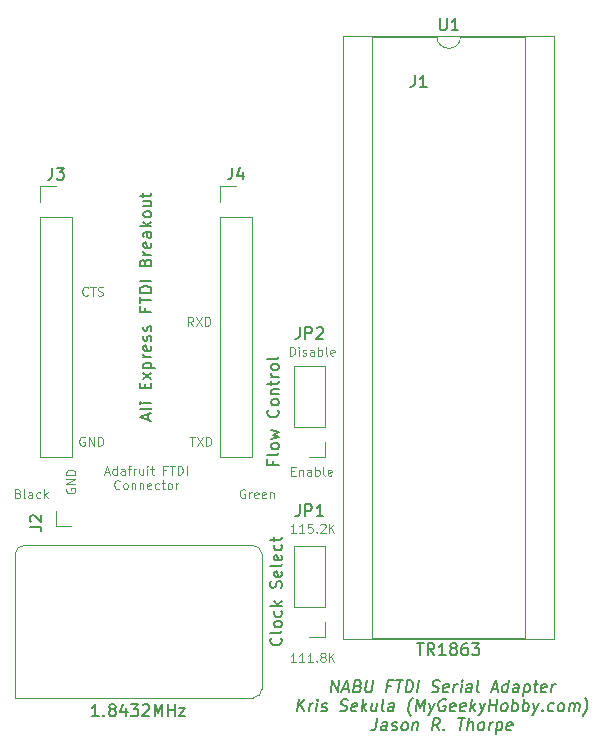
<source format=gbr>
%TF.GenerationSoftware,KiCad,Pcbnew,(6.0.11-0)*%
%TF.CreationDate,2023-02-12T20:14:34-08:00*%
%TF.ProjectId,nabu-ftdi-serial,6e616275-2d66-4746-9469-2d7365726961,1.0*%
%TF.SameCoordinates,Original*%
%TF.FileFunction,Legend,Top*%
%TF.FilePolarity,Positive*%
%FSLAX46Y46*%
G04 Gerber Fmt 4.6, Leading zero omitted, Abs format (unit mm)*
G04 Created by KiCad (PCBNEW (6.0.11-0)) date 2023-02-12 20:14:34*
%MOMM*%
%LPD*%
G01*
G04 APERTURE LIST*
%ADD10C,0.100000*%
%ADD11C,0.150000*%
%ADD12C,0.120000*%
G04 APERTURE END LIST*
D10*
X149849571Y-84903234D02*
X149849571Y-84153234D01*
X150028142Y-84153234D01*
X150135285Y-84188949D01*
X150206714Y-84260377D01*
X150242428Y-84331806D01*
X150278142Y-84474663D01*
X150278142Y-84581806D01*
X150242428Y-84724663D01*
X150206714Y-84796091D01*
X150135285Y-84867520D01*
X150028142Y-84903234D01*
X149849571Y-84903234D01*
X150599571Y-84903234D02*
X150599571Y-84403234D01*
X150599571Y-84153234D02*
X150563857Y-84188949D01*
X150599571Y-84224663D01*
X150635285Y-84188949D01*
X150599571Y-84153234D01*
X150599571Y-84224663D01*
X150921000Y-84867520D02*
X150992428Y-84903234D01*
X151135285Y-84903234D01*
X151206714Y-84867520D01*
X151242428Y-84796091D01*
X151242428Y-84760377D01*
X151206714Y-84688949D01*
X151135285Y-84653234D01*
X151028142Y-84653234D01*
X150956714Y-84617520D01*
X150921000Y-84546091D01*
X150921000Y-84510377D01*
X150956714Y-84438949D01*
X151028142Y-84403234D01*
X151135285Y-84403234D01*
X151206714Y-84438949D01*
X151885285Y-84903234D02*
X151885285Y-84510377D01*
X151849571Y-84438949D01*
X151778142Y-84403234D01*
X151635285Y-84403234D01*
X151563857Y-84438949D01*
X151885285Y-84867520D02*
X151813857Y-84903234D01*
X151635285Y-84903234D01*
X151563857Y-84867520D01*
X151528142Y-84796091D01*
X151528142Y-84724663D01*
X151563857Y-84653234D01*
X151635285Y-84617520D01*
X151813857Y-84617520D01*
X151885285Y-84581806D01*
X152242428Y-84903234D02*
X152242428Y-84153234D01*
X152242428Y-84438949D02*
X152313857Y-84403234D01*
X152456714Y-84403234D01*
X152528142Y-84438949D01*
X152563857Y-84474663D01*
X152599571Y-84546091D01*
X152599571Y-84760377D01*
X152563857Y-84831806D01*
X152528142Y-84867520D01*
X152456714Y-84903234D01*
X152313857Y-84903234D01*
X152242428Y-84867520D01*
X153028142Y-84903234D02*
X152956714Y-84867520D01*
X152921000Y-84796091D01*
X152921000Y-84153234D01*
X153599571Y-84867520D02*
X153528142Y-84903234D01*
X153385285Y-84903234D01*
X153313857Y-84867520D01*
X153278142Y-84796091D01*
X153278142Y-84510377D01*
X153313857Y-84438949D01*
X153385285Y-84403234D01*
X153528142Y-84403234D01*
X153599571Y-84438949D01*
X153635285Y-84510377D01*
X153635285Y-84581806D01*
X153278142Y-84653234D01*
X150369428Y-99889234D02*
X149940857Y-99889234D01*
X150155142Y-99889234D02*
X150155142Y-99139234D01*
X150083714Y-99246377D01*
X150012285Y-99317806D01*
X149940857Y-99353520D01*
X151083714Y-99889234D02*
X150655142Y-99889234D01*
X150869428Y-99889234D02*
X150869428Y-99139234D01*
X150798000Y-99246377D01*
X150726571Y-99317806D01*
X150655142Y-99353520D01*
X151762285Y-99139234D02*
X151405142Y-99139234D01*
X151369428Y-99496377D01*
X151405142Y-99460663D01*
X151476571Y-99424949D01*
X151655142Y-99424949D01*
X151726571Y-99460663D01*
X151762285Y-99496377D01*
X151798000Y-99567806D01*
X151798000Y-99746377D01*
X151762285Y-99817806D01*
X151726571Y-99853520D01*
X151655142Y-99889234D01*
X151476571Y-99889234D01*
X151405142Y-99853520D01*
X151369428Y-99817806D01*
X152119428Y-99817806D02*
X152155142Y-99853520D01*
X152119428Y-99889234D01*
X152083714Y-99853520D01*
X152119428Y-99817806D01*
X152119428Y-99889234D01*
X152440857Y-99210663D02*
X152476571Y-99174949D01*
X152548000Y-99139234D01*
X152726571Y-99139234D01*
X152798000Y-99174949D01*
X152833714Y-99210663D01*
X152869428Y-99282091D01*
X152869428Y-99353520D01*
X152833714Y-99460663D01*
X152405142Y-99889234D01*
X152869428Y-99889234D01*
X153190857Y-99889234D02*
X153190857Y-99139234D01*
X153619428Y-99889234D02*
X153298000Y-99460663D01*
X153619428Y-99139234D02*
X153190857Y-99567806D01*
X141360428Y-91791285D02*
X141789000Y-91791285D01*
X141574714Y-92541285D02*
X141574714Y-91791285D01*
X141967571Y-91791285D02*
X142467571Y-92541285D01*
X142467571Y-91791285D02*
X141967571Y-92541285D01*
X142753285Y-92541285D02*
X142753285Y-91791285D01*
X142931857Y-91791285D01*
X143039000Y-91827000D01*
X143110428Y-91898428D01*
X143146142Y-91969857D01*
X143181857Y-92112714D01*
X143181857Y-92219857D01*
X143146142Y-92362714D01*
X143110428Y-92434142D01*
X143039000Y-92505571D01*
X142931857Y-92541285D01*
X142753285Y-92541285D01*
X132752142Y-79769857D02*
X132716428Y-79805571D01*
X132609285Y-79841285D01*
X132537857Y-79841285D01*
X132430714Y-79805571D01*
X132359285Y-79734142D01*
X132323571Y-79662714D01*
X132287857Y-79519857D01*
X132287857Y-79412714D01*
X132323571Y-79269857D01*
X132359285Y-79198428D01*
X132430714Y-79127000D01*
X132537857Y-79091285D01*
X132609285Y-79091285D01*
X132716428Y-79127000D01*
X132752142Y-79162714D01*
X132966428Y-79091285D02*
X133395000Y-79091285D01*
X133180714Y-79841285D02*
X133180714Y-79091285D01*
X133609285Y-79805571D02*
X133716428Y-79841285D01*
X133895000Y-79841285D01*
X133966428Y-79805571D01*
X134002142Y-79769857D01*
X134037857Y-79698428D01*
X134037857Y-79627000D01*
X134002142Y-79555571D01*
X133966428Y-79519857D01*
X133895000Y-79484142D01*
X133752142Y-79448428D01*
X133680714Y-79412714D01*
X133645000Y-79377000D01*
X133609285Y-79305571D01*
X133609285Y-79234142D01*
X133645000Y-79162714D01*
X133680714Y-79127000D01*
X133752142Y-79091285D01*
X133930714Y-79091285D01*
X134037857Y-79127000D01*
X134185857Y-94771250D02*
X134543000Y-94771250D01*
X134114428Y-94985535D02*
X134364428Y-94235535D01*
X134614428Y-94985535D01*
X135185857Y-94985535D02*
X135185857Y-94235535D01*
X135185857Y-94949821D02*
X135114428Y-94985535D01*
X134971571Y-94985535D01*
X134900142Y-94949821D01*
X134864428Y-94914107D01*
X134828714Y-94842678D01*
X134828714Y-94628392D01*
X134864428Y-94556964D01*
X134900142Y-94521250D01*
X134971571Y-94485535D01*
X135114428Y-94485535D01*
X135185857Y-94521250D01*
X135864428Y-94985535D02*
X135864428Y-94592678D01*
X135828714Y-94521250D01*
X135757285Y-94485535D01*
X135614428Y-94485535D01*
X135543000Y-94521250D01*
X135864428Y-94949821D02*
X135793000Y-94985535D01*
X135614428Y-94985535D01*
X135543000Y-94949821D01*
X135507285Y-94878392D01*
X135507285Y-94806964D01*
X135543000Y-94735535D01*
X135614428Y-94699821D01*
X135793000Y-94699821D01*
X135864428Y-94664107D01*
X136114428Y-94485535D02*
X136400142Y-94485535D01*
X136221571Y-94985535D02*
X136221571Y-94342678D01*
X136257285Y-94271250D01*
X136328714Y-94235535D01*
X136400142Y-94235535D01*
X136650142Y-94985535D02*
X136650142Y-94485535D01*
X136650142Y-94628392D02*
X136685857Y-94556964D01*
X136721571Y-94521250D01*
X136793000Y-94485535D01*
X136864428Y-94485535D01*
X137435857Y-94485535D02*
X137435857Y-94985535D01*
X137114428Y-94485535D02*
X137114428Y-94878392D01*
X137150142Y-94949821D01*
X137221571Y-94985535D01*
X137328714Y-94985535D01*
X137400142Y-94949821D01*
X137435857Y-94914107D01*
X137793000Y-94985535D02*
X137793000Y-94485535D01*
X137793000Y-94235535D02*
X137757285Y-94271250D01*
X137793000Y-94306964D01*
X137828714Y-94271250D01*
X137793000Y-94235535D01*
X137793000Y-94306964D01*
X138043000Y-94485535D02*
X138328714Y-94485535D01*
X138150142Y-94235535D02*
X138150142Y-94878392D01*
X138185857Y-94949821D01*
X138257285Y-94985535D01*
X138328714Y-94985535D01*
X139400142Y-94592678D02*
X139150142Y-94592678D01*
X139150142Y-94985535D02*
X139150142Y-94235535D01*
X139507285Y-94235535D01*
X139685857Y-94235535D02*
X140114428Y-94235535D01*
X139900142Y-94985535D02*
X139900142Y-94235535D01*
X140364428Y-94985535D02*
X140364428Y-94235535D01*
X140543000Y-94235535D01*
X140650142Y-94271250D01*
X140721571Y-94342678D01*
X140757285Y-94414107D01*
X140793000Y-94556964D01*
X140793000Y-94664107D01*
X140757285Y-94806964D01*
X140721571Y-94878392D01*
X140650142Y-94949821D01*
X140543000Y-94985535D01*
X140364428Y-94985535D01*
X141114428Y-94985535D02*
X141114428Y-94235535D01*
X135453714Y-96121607D02*
X135418000Y-96157321D01*
X135310857Y-96193035D01*
X135239428Y-96193035D01*
X135132285Y-96157321D01*
X135060857Y-96085892D01*
X135025142Y-96014464D01*
X134989428Y-95871607D01*
X134989428Y-95764464D01*
X135025142Y-95621607D01*
X135060857Y-95550178D01*
X135132285Y-95478750D01*
X135239428Y-95443035D01*
X135310857Y-95443035D01*
X135418000Y-95478750D01*
X135453714Y-95514464D01*
X135882285Y-96193035D02*
X135810857Y-96157321D01*
X135775142Y-96121607D01*
X135739428Y-96050178D01*
X135739428Y-95835892D01*
X135775142Y-95764464D01*
X135810857Y-95728750D01*
X135882285Y-95693035D01*
X135989428Y-95693035D01*
X136060857Y-95728750D01*
X136096571Y-95764464D01*
X136132285Y-95835892D01*
X136132285Y-96050178D01*
X136096571Y-96121607D01*
X136060857Y-96157321D01*
X135989428Y-96193035D01*
X135882285Y-96193035D01*
X136453714Y-95693035D02*
X136453714Y-96193035D01*
X136453714Y-95764464D02*
X136489428Y-95728750D01*
X136560857Y-95693035D01*
X136668000Y-95693035D01*
X136739428Y-95728750D01*
X136775142Y-95800178D01*
X136775142Y-96193035D01*
X137132285Y-95693035D02*
X137132285Y-96193035D01*
X137132285Y-95764464D02*
X137168000Y-95728750D01*
X137239428Y-95693035D01*
X137346571Y-95693035D01*
X137418000Y-95728750D01*
X137453714Y-95800178D01*
X137453714Y-96193035D01*
X138096571Y-96157321D02*
X138025142Y-96193035D01*
X137882285Y-96193035D01*
X137810857Y-96157321D01*
X137775142Y-96085892D01*
X137775142Y-95800178D01*
X137810857Y-95728750D01*
X137882285Y-95693035D01*
X138025142Y-95693035D01*
X138096571Y-95728750D01*
X138132285Y-95800178D01*
X138132285Y-95871607D01*
X137775142Y-95943035D01*
X138775142Y-96157321D02*
X138703714Y-96193035D01*
X138560857Y-96193035D01*
X138489428Y-96157321D01*
X138453714Y-96121607D01*
X138418000Y-96050178D01*
X138418000Y-95835892D01*
X138453714Y-95764464D01*
X138489428Y-95728750D01*
X138560857Y-95693035D01*
X138703714Y-95693035D01*
X138775142Y-95728750D01*
X138989428Y-95693035D02*
X139275142Y-95693035D01*
X139096571Y-95443035D02*
X139096571Y-96085892D01*
X139132285Y-96157321D01*
X139203714Y-96193035D01*
X139275142Y-96193035D01*
X139632285Y-96193035D02*
X139560857Y-96157321D01*
X139525142Y-96121607D01*
X139489428Y-96050178D01*
X139489428Y-95835892D01*
X139525142Y-95764464D01*
X139560857Y-95728750D01*
X139632285Y-95693035D01*
X139739428Y-95693035D01*
X139810857Y-95728750D01*
X139846571Y-95764464D01*
X139882285Y-95835892D01*
X139882285Y-96050178D01*
X139846571Y-96121607D01*
X139810857Y-96157321D01*
X139739428Y-96193035D01*
X139632285Y-96193035D01*
X140203714Y-96193035D02*
X140203714Y-95693035D01*
X140203714Y-95835892D02*
X140239428Y-95764464D01*
X140275142Y-95728750D01*
X140346571Y-95693035D01*
X140418000Y-95693035D01*
D11*
X137834666Y-90343428D02*
X137834666Y-89867238D01*
X138120380Y-90438666D02*
X137120380Y-90105333D01*
X138120380Y-89772000D01*
X138120380Y-89295809D02*
X138072761Y-89391047D01*
X137977523Y-89438666D01*
X137120380Y-89438666D01*
X138120380Y-88914857D02*
X137453714Y-88914857D01*
X137120380Y-88914857D02*
X137168000Y-88962476D01*
X137215619Y-88914857D01*
X137168000Y-88867238D01*
X137120380Y-88914857D01*
X137215619Y-88914857D01*
X137596571Y-87676761D02*
X137596571Y-87343428D01*
X138120380Y-87200571D02*
X138120380Y-87676761D01*
X137120380Y-87676761D01*
X137120380Y-87200571D01*
X138120380Y-86867238D02*
X137453714Y-86343428D01*
X137453714Y-86867238D02*
X138120380Y-86343428D01*
X137453714Y-85962476D02*
X138453714Y-85962476D01*
X137501333Y-85962476D02*
X137453714Y-85867238D01*
X137453714Y-85676761D01*
X137501333Y-85581523D01*
X137548952Y-85533904D01*
X137644190Y-85486285D01*
X137929904Y-85486285D01*
X138025142Y-85533904D01*
X138072761Y-85581523D01*
X138120380Y-85676761D01*
X138120380Y-85867238D01*
X138072761Y-85962476D01*
X138120380Y-85057714D02*
X137453714Y-85057714D01*
X137644190Y-85057714D02*
X137548952Y-85010095D01*
X137501333Y-84962476D01*
X137453714Y-84867238D01*
X137453714Y-84772000D01*
X138072761Y-84057714D02*
X138120380Y-84152952D01*
X138120380Y-84343428D01*
X138072761Y-84438666D01*
X137977523Y-84486285D01*
X137596571Y-84486285D01*
X137501333Y-84438666D01*
X137453714Y-84343428D01*
X137453714Y-84152952D01*
X137501333Y-84057714D01*
X137596571Y-84010095D01*
X137691809Y-84010095D01*
X137787047Y-84486285D01*
X138072761Y-83629142D02*
X138120380Y-83533904D01*
X138120380Y-83343428D01*
X138072761Y-83248190D01*
X137977523Y-83200571D01*
X137929904Y-83200571D01*
X137834666Y-83248190D01*
X137787047Y-83343428D01*
X137787047Y-83486285D01*
X137739428Y-83581523D01*
X137644190Y-83629142D01*
X137596571Y-83629142D01*
X137501333Y-83581523D01*
X137453714Y-83486285D01*
X137453714Y-83343428D01*
X137501333Y-83248190D01*
X138072761Y-82819619D02*
X138120380Y-82724380D01*
X138120380Y-82533904D01*
X138072761Y-82438666D01*
X137977523Y-82391047D01*
X137929904Y-82391047D01*
X137834666Y-82438666D01*
X137787047Y-82533904D01*
X137787047Y-82676761D01*
X137739428Y-82772000D01*
X137644190Y-82819619D01*
X137596571Y-82819619D01*
X137501333Y-82772000D01*
X137453714Y-82676761D01*
X137453714Y-82533904D01*
X137501333Y-82438666D01*
X137596571Y-80867238D02*
X137596571Y-81200571D01*
X138120380Y-81200571D02*
X137120380Y-81200571D01*
X137120380Y-80724380D01*
X137120380Y-80486285D02*
X137120380Y-79914857D01*
X138120380Y-80200571D02*
X137120380Y-80200571D01*
X138120380Y-79581523D02*
X137120380Y-79581523D01*
X137120380Y-79343428D01*
X137168000Y-79200571D01*
X137263238Y-79105333D01*
X137358476Y-79057714D01*
X137548952Y-79010095D01*
X137691809Y-79010095D01*
X137882285Y-79057714D01*
X137977523Y-79105333D01*
X138072761Y-79200571D01*
X138120380Y-79343428D01*
X138120380Y-79581523D01*
X138120380Y-78581523D02*
X137120380Y-78581523D01*
X137596571Y-77010095D02*
X137644190Y-76867238D01*
X137691809Y-76819619D01*
X137787047Y-76772000D01*
X137929904Y-76772000D01*
X138025142Y-76819619D01*
X138072761Y-76867238D01*
X138120380Y-76962476D01*
X138120380Y-77343428D01*
X137120380Y-77343428D01*
X137120380Y-77010095D01*
X137168000Y-76914857D01*
X137215619Y-76867238D01*
X137310857Y-76819619D01*
X137406095Y-76819619D01*
X137501333Y-76867238D01*
X137548952Y-76914857D01*
X137596571Y-77010095D01*
X137596571Y-77343428D01*
X138120380Y-76343428D02*
X137453714Y-76343428D01*
X137644190Y-76343428D02*
X137548952Y-76295809D01*
X137501333Y-76248190D01*
X137453714Y-76152952D01*
X137453714Y-76057714D01*
X138072761Y-75343428D02*
X138120380Y-75438666D01*
X138120380Y-75629142D01*
X138072761Y-75724380D01*
X137977523Y-75772000D01*
X137596571Y-75772000D01*
X137501333Y-75724380D01*
X137453714Y-75629142D01*
X137453714Y-75438666D01*
X137501333Y-75343428D01*
X137596571Y-75295809D01*
X137691809Y-75295809D01*
X137787047Y-75772000D01*
X138120380Y-74438666D02*
X137596571Y-74438666D01*
X137501333Y-74486285D01*
X137453714Y-74581523D01*
X137453714Y-74772000D01*
X137501333Y-74867238D01*
X138072761Y-74438666D02*
X138120380Y-74533904D01*
X138120380Y-74772000D01*
X138072761Y-74867238D01*
X137977523Y-74914857D01*
X137882285Y-74914857D01*
X137787047Y-74867238D01*
X137739428Y-74772000D01*
X137739428Y-74533904D01*
X137691809Y-74438666D01*
X138120380Y-73962476D02*
X137120380Y-73962476D01*
X137739428Y-73867238D02*
X138120380Y-73581523D01*
X137453714Y-73581523D02*
X137834666Y-73962476D01*
X138120380Y-73010095D02*
X138072761Y-73105333D01*
X138025142Y-73152952D01*
X137929904Y-73200571D01*
X137644190Y-73200571D01*
X137548952Y-73152952D01*
X137501333Y-73105333D01*
X137453714Y-73010095D01*
X137453714Y-72867238D01*
X137501333Y-72772000D01*
X137548952Y-72724380D01*
X137644190Y-72676761D01*
X137929904Y-72676761D01*
X138025142Y-72724380D01*
X138072761Y-72772000D01*
X138120380Y-72867238D01*
X138120380Y-73010095D01*
X137453714Y-71819619D02*
X138120380Y-71819619D01*
X137453714Y-72248190D02*
X137977523Y-72248190D01*
X138072761Y-72200571D01*
X138120380Y-72105333D01*
X138120380Y-71962476D01*
X138072761Y-71867238D01*
X138025142Y-71819619D01*
X137453714Y-71486285D02*
X137453714Y-71105333D01*
X137120380Y-71343428D02*
X137977523Y-71343428D01*
X138072761Y-71295809D01*
X138120380Y-71200571D01*
X138120380Y-71105333D01*
D10*
X126832142Y-96560377D02*
X126939285Y-96596091D01*
X126975000Y-96631806D01*
X127010714Y-96703234D01*
X127010714Y-96810377D01*
X126975000Y-96881806D01*
X126939285Y-96917520D01*
X126867857Y-96953234D01*
X126582142Y-96953234D01*
X126582142Y-96203234D01*
X126832142Y-96203234D01*
X126903571Y-96238949D01*
X126939285Y-96274663D01*
X126975000Y-96346091D01*
X126975000Y-96417520D01*
X126939285Y-96488949D01*
X126903571Y-96524663D01*
X126832142Y-96560377D01*
X126582142Y-96560377D01*
X127439285Y-96953234D02*
X127367857Y-96917520D01*
X127332142Y-96846091D01*
X127332142Y-96203234D01*
X128046428Y-96953234D02*
X128046428Y-96560377D01*
X128010714Y-96488949D01*
X127939285Y-96453234D01*
X127796428Y-96453234D01*
X127725000Y-96488949D01*
X128046428Y-96917520D02*
X127975000Y-96953234D01*
X127796428Y-96953234D01*
X127725000Y-96917520D01*
X127689285Y-96846091D01*
X127689285Y-96774663D01*
X127725000Y-96703234D01*
X127796428Y-96667520D01*
X127975000Y-96667520D01*
X128046428Y-96631806D01*
X128725000Y-96917520D02*
X128653571Y-96953234D01*
X128510714Y-96953234D01*
X128439285Y-96917520D01*
X128403571Y-96881806D01*
X128367857Y-96810377D01*
X128367857Y-96596091D01*
X128403571Y-96524663D01*
X128439285Y-96488949D01*
X128510714Y-96453234D01*
X128653571Y-96453234D01*
X128725000Y-96488949D01*
X129046428Y-96953234D02*
X129046428Y-96203234D01*
X129117857Y-96667520D02*
X129332142Y-96953234D01*
X129332142Y-96453234D02*
X129046428Y-96738949D01*
X141642142Y-82381285D02*
X141392142Y-82024142D01*
X141213571Y-82381285D02*
X141213571Y-81631285D01*
X141499285Y-81631285D01*
X141570714Y-81667000D01*
X141606428Y-81702714D01*
X141642142Y-81774142D01*
X141642142Y-81881285D01*
X141606428Y-81952714D01*
X141570714Y-81988428D01*
X141499285Y-82024142D01*
X141213571Y-82024142D01*
X141892142Y-81631285D02*
X142392142Y-82381285D01*
X142392142Y-81631285D02*
X141892142Y-82381285D01*
X142677857Y-82381285D02*
X142677857Y-81631285D01*
X142856428Y-81631285D01*
X142963571Y-81667000D01*
X143035000Y-81738428D01*
X143070714Y-81809857D01*
X143106428Y-81952714D01*
X143106428Y-82059857D01*
X143070714Y-82202714D01*
X143035000Y-82274142D01*
X142963571Y-82345571D01*
X142856428Y-82381285D01*
X142677857Y-82381285D01*
X146051428Y-96238949D02*
X145980000Y-96203234D01*
X145872857Y-96203234D01*
X145765714Y-96238949D01*
X145694285Y-96310377D01*
X145658571Y-96381806D01*
X145622857Y-96524663D01*
X145622857Y-96631806D01*
X145658571Y-96774663D01*
X145694285Y-96846091D01*
X145765714Y-96917520D01*
X145872857Y-96953234D01*
X145944285Y-96953234D01*
X146051428Y-96917520D01*
X146087142Y-96881806D01*
X146087142Y-96631806D01*
X145944285Y-96631806D01*
X146408571Y-96953234D02*
X146408571Y-96453234D01*
X146408571Y-96596091D02*
X146444285Y-96524663D01*
X146480000Y-96488949D01*
X146551428Y-96453234D01*
X146622857Y-96453234D01*
X147158571Y-96917520D02*
X147087142Y-96953234D01*
X146944285Y-96953234D01*
X146872857Y-96917520D01*
X146837142Y-96846091D01*
X146837142Y-96560377D01*
X146872857Y-96488949D01*
X146944285Y-96453234D01*
X147087142Y-96453234D01*
X147158571Y-96488949D01*
X147194285Y-96560377D01*
X147194285Y-96631806D01*
X146837142Y-96703234D01*
X147801428Y-96917520D02*
X147730000Y-96953234D01*
X147587142Y-96953234D01*
X147515714Y-96917520D01*
X147480000Y-96846091D01*
X147480000Y-96560377D01*
X147515714Y-96488949D01*
X147587142Y-96453234D01*
X147730000Y-96453234D01*
X147801428Y-96488949D01*
X147837142Y-96560377D01*
X147837142Y-96631806D01*
X147480000Y-96703234D01*
X148158571Y-96453234D02*
X148158571Y-96953234D01*
X148158571Y-96524663D02*
X148194285Y-96488949D01*
X148265714Y-96453234D01*
X148372857Y-96453234D01*
X148444285Y-96488949D01*
X148480000Y-96560377D01*
X148480000Y-96953234D01*
D11*
X153314565Y-113396380D02*
X153439565Y-112396380D01*
X153885994Y-113396380D01*
X154010994Y-112396380D01*
X154350279Y-113110666D02*
X154826470Y-113110666D01*
X154219327Y-113396380D02*
X154677660Y-112396380D01*
X154885994Y-113396380D01*
X155618136Y-112872571D02*
X155755041Y-112920190D01*
X155796708Y-112967809D01*
X155832422Y-113063047D01*
X155814565Y-113205904D01*
X155755041Y-113301142D01*
X155701470Y-113348761D01*
X155600279Y-113396380D01*
X155219327Y-113396380D01*
X155344327Y-112396380D01*
X155677660Y-112396380D01*
X155766946Y-112444000D01*
X155808613Y-112491619D01*
X155844327Y-112586857D01*
X155832422Y-112682095D01*
X155772898Y-112777333D01*
X155719327Y-112824952D01*
X155618136Y-112872571D01*
X155284803Y-112872571D01*
X156344327Y-112396380D02*
X156243136Y-113205904D01*
X156278851Y-113301142D01*
X156320517Y-113348761D01*
X156409803Y-113396380D01*
X156600279Y-113396380D01*
X156701470Y-113348761D01*
X156755041Y-113301142D01*
X156814565Y-113205904D01*
X156915755Y-112396380D01*
X158427660Y-112872571D02*
X158094327Y-112872571D01*
X158028851Y-113396380D02*
X158153851Y-112396380D01*
X158630041Y-112396380D01*
X158868136Y-112396380D02*
X159439565Y-112396380D01*
X159028851Y-113396380D02*
X159153851Y-112396380D01*
X159647898Y-113396380D02*
X159772898Y-112396380D01*
X160010994Y-112396380D01*
X160147898Y-112444000D01*
X160231232Y-112539238D01*
X160266946Y-112634476D01*
X160290755Y-112824952D01*
X160272898Y-112967809D01*
X160201470Y-113158285D01*
X160141946Y-113253523D01*
X160034803Y-113348761D01*
X159885994Y-113396380D01*
X159647898Y-113396380D01*
X160647898Y-113396380D02*
X160772898Y-112396380D01*
X161844327Y-113348761D02*
X161981232Y-113396380D01*
X162219327Y-113396380D01*
X162320517Y-113348761D01*
X162374089Y-113301142D01*
X162433613Y-113205904D01*
X162445517Y-113110666D01*
X162409803Y-113015428D01*
X162368136Y-112967809D01*
X162278851Y-112920190D01*
X162094327Y-112872571D01*
X162005041Y-112824952D01*
X161963375Y-112777333D01*
X161927660Y-112682095D01*
X161939565Y-112586857D01*
X161999089Y-112491619D01*
X162052660Y-112444000D01*
X162153851Y-112396380D01*
X162391946Y-112396380D01*
X162528851Y-112444000D01*
X163225279Y-113348761D02*
X163124089Y-113396380D01*
X162933613Y-113396380D01*
X162844327Y-113348761D01*
X162808613Y-113253523D01*
X162856232Y-112872571D01*
X162915755Y-112777333D01*
X163016946Y-112729714D01*
X163207422Y-112729714D01*
X163296708Y-112777333D01*
X163332422Y-112872571D01*
X163320517Y-112967809D01*
X162832422Y-113063047D01*
X163695517Y-113396380D02*
X163778851Y-112729714D01*
X163755041Y-112920190D02*
X163814565Y-112824952D01*
X163868136Y-112777333D01*
X163969327Y-112729714D01*
X164064565Y-112729714D01*
X164314565Y-113396380D02*
X164397898Y-112729714D01*
X164439565Y-112396380D02*
X164385994Y-112444000D01*
X164427660Y-112491619D01*
X164481232Y-112444000D01*
X164439565Y-112396380D01*
X164427660Y-112491619D01*
X165219327Y-113396380D02*
X165284803Y-112872571D01*
X165249089Y-112777333D01*
X165159803Y-112729714D01*
X164969327Y-112729714D01*
X164868136Y-112777333D01*
X165225279Y-113348761D02*
X165124089Y-113396380D01*
X164885994Y-113396380D01*
X164796708Y-113348761D01*
X164760994Y-113253523D01*
X164772898Y-113158285D01*
X164832422Y-113063047D01*
X164933613Y-113015428D01*
X165171708Y-113015428D01*
X165272898Y-112967809D01*
X165838375Y-113396380D02*
X165749089Y-113348761D01*
X165713375Y-113253523D01*
X165820517Y-112396380D01*
X166969327Y-113110666D02*
X167445517Y-113110666D01*
X166838375Y-113396380D02*
X167296708Y-112396380D01*
X167505041Y-113396380D01*
X168266946Y-113396380D02*
X168391946Y-112396380D01*
X168272898Y-113348761D02*
X168171708Y-113396380D01*
X167981232Y-113396380D01*
X167891946Y-113348761D01*
X167850279Y-113301142D01*
X167814565Y-113205904D01*
X167850279Y-112920190D01*
X167909803Y-112824952D01*
X167963375Y-112777333D01*
X168064565Y-112729714D01*
X168255041Y-112729714D01*
X168344327Y-112777333D01*
X169171708Y-113396380D02*
X169237184Y-112872571D01*
X169201470Y-112777333D01*
X169112184Y-112729714D01*
X168921708Y-112729714D01*
X168820517Y-112777333D01*
X169177660Y-113348761D02*
X169076470Y-113396380D01*
X168838375Y-113396380D01*
X168749089Y-113348761D01*
X168713375Y-113253523D01*
X168725279Y-113158285D01*
X168784803Y-113063047D01*
X168885994Y-113015428D01*
X169124089Y-113015428D01*
X169225279Y-112967809D01*
X169731232Y-112729714D02*
X169606232Y-113729714D01*
X169725279Y-112777333D02*
X169826470Y-112729714D01*
X170016946Y-112729714D01*
X170106232Y-112777333D01*
X170147898Y-112824952D01*
X170183613Y-112920190D01*
X170147898Y-113205904D01*
X170088375Y-113301142D01*
X170034803Y-113348761D01*
X169933613Y-113396380D01*
X169743136Y-113396380D01*
X169653851Y-113348761D01*
X170493136Y-112729714D02*
X170874089Y-112729714D01*
X170677660Y-112396380D02*
X170570517Y-113253523D01*
X170606232Y-113348761D01*
X170695517Y-113396380D01*
X170790755Y-113396380D01*
X171510994Y-113348761D02*
X171409803Y-113396380D01*
X171219327Y-113396380D01*
X171130041Y-113348761D01*
X171094327Y-113253523D01*
X171141946Y-112872571D01*
X171201470Y-112777333D01*
X171302660Y-112729714D01*
X171493136Y-112729714D01*
X171582422Y-112777333D01*
X171618136Y-112872571D01*
X171606232Y-112967809D01*
X171118136Y-113063047D01*
X171981232Y-113396380D02*
X172064565Y-112729714D01*
X172040755Y-112920190D02*
X172100279Y-112824952D01*
X172153851Y-112777333D01*
X172255041Y-112729714D01*
X172350279Y-112729714D01*
X150457422Y-115006380D02*
X150582422Y-114006380D01*
X151028851Y-115006380D02*
X150671708Y-114434952D01*
X151153851Y-114006380D02*
X150510994Y-114577809D01*
X151457422Y-115006380D02*
X151540755Y-114339714D01*
X151516946Y-114530190D02*
X151576470Y-114434952D01*
X151630041Y-114387333D01*
X151731232Y-114339714D01*
X151826470Y-114339714D01*
X152076470Y-115006380D02*
X152159803Y-114339714D01*
X152201470Y-114006380D02*
X152147898Y-114054000D01*
X152189565Y-114101619D01*
X152243136Y-114054000D01*
X152201470Y-114006380D01*
X152189565Y-114101619D01*
X152510994Y-114958761D02*
X152600279Y-115006380D01*
X152790755Y-115006380D01*
X152891946Y-114958761D01*
X152951470Y-114863523D01*
X152957422Y-114815904D01*
X152921708Y-114720666D01*
X152832422Y-114673047D01*
X152689565Y-114673047D01*
X152600279Y-114625428D01*
X152564565Y-114530190D01*
X152570517Y-114482571D01*
X152630041Y-114387333D01*
X152731232Y-114339714D01*
X152874089Y-114339714D01*
X152963375Y-114387333D01*
X154082422Y-114958761D02*
X154219327Y-115006380D01*
X154457422Y-115006380D01*
X154558613Y-114958761D01*
X154612184Y-114911142D01*
X154671708Y-114815904D01*
X154683613Y-114720666D01*
X154647898Y-114625428D01*
X154606232Y-114577809D01*
X154516946Y-114530190D01*
X154332422Y-114482571D01*
X154243136Y-114434952D01*
X154201470Y-114387333D01*
X154165755Y-114292095D01*
X154177660Y-114196857D01*
X154237184Y-114101619D01*
X154290755Y-114054000D01*
X154391946Y-114006380D01*
X154630041Y-114006380D01*
X154766946Y-114054000D01*
X155463375Y-114958761D02*
X155362184Y-115006380D01*
X155171708Y-115006380D01*
X155082422Y-114958761D01*
X155046708Y-114863523D01*
X155094327Y-114482571D01*
X155153851Y-114387333D01*
X155255041Y-114339714D01*
X155445517Y-114339714D01*
X155534803Y-114387333D01*
X155570517Y-114482571D01*
X155558613Y-114577809D01*
X155070517Y-114673047D01*
X155933613Y-115006380D02*
X156058613Y-114006380D01*
X156076470Y-114625428D02*
X156314565Y-115006380D01*
X156397898Y-114339714D02*
X155969327Y-114720666D01*
X157255041Y-114339714D02*
X157171708Y-115006380D01*
X156826470Y-114339714D02*
X156760994Y-114863523D01*
X156796708Y-114958761D01*
X156885994Y-115006380D01*
X157028851Y-115006380D01*
X157130041Y-114958761D01*
X157183613Y-114911142D01*
X157790755Y-115006380D02*
X157701470Y-114958761D01*
X157665755Y-114863523D01*
X157772898Y-114006380D01*
X158600279Y-115006380D02*
X158665755Y-114482571D01*
X158630041Y-114387333D01*
X158540755Y-114339714D01*
X158350279Y-114339714D01*
X158249089Y-114387333D01*
X158606232Y-114958761D02*
X158505041Y-115006380D01*
X158266946Y-115006380D01*
X158177660Y-114958761D01*
X158141946Y-114863523D01*
X158153851Y-114768285D01*
X158213375Y-114673047D01*
X158314565Y-114625428D01*
X158552660Y-114625428D01*
X158653851Y-114577809D01*
X160076470Y-115387333D02*
X160034803Y-115339714D01*
X159957422Y-115196857D01*
X159921708Y-115101619D01*
X159891946Y-114958761D01*
X159874089Y-114720666D01*
X159897898Y-114530190D01*
X159975279Y-114292095D01*
X160040755Y-114149238D01*
X160100279Y-114054000D01*
X160213375Y-113911142D01*
X160266946Y-113863523D01*
X160505041Y-115006380D02*
X160630041Y-114006380D01*
X160874089Y-114720666D01*
X161296708Y-114006380D01*
X161171708Y-115006380D01*
X161635994Y-114339714D02*
X161790755Y-115006380D01*
X162112184Y-114339714D02*
X161790755Y-115006380D01*
X161665755Y-115244476D01*
X161612184Y-115292095D01*
X161510994Y-115339714D01*
X163052660Y-114054000D02*
X162963375Y-114006380D01*
X162820517Y-114006380D01*
X162671708Y-114054000D01*
X162564565Y-114149238D01*
X162505041Y-114244476D01*
X162433613Y-114434952D01*
X162415755Y-114577809D01*
X162439565Y-114768285D01*
X162475279Y-114863523D01*
X162558613Y-114958761D01*
X162695517Y-115006380D01*
X162790755Y-115006380D01*
X162939565Y-114958761D01*
X162993136Y-114911142D01*
X163034803Y-114577809D01*
X162844327Y-114577809D01*
X163796708Y-114958761D02*
X163695517Y-115006380D01*
X163505041Y-115006380D01*
X163415755Y-114958761D01*
X163380041Y-114863523D01*
X163427660Y-114482571D01*
X163487184Y-114387333D01*
X163588375Y-114339714D01*
X163778851Y-114339714D01*
X163868136Y-114387333D01*
X163903851Y-114482571D01*
X163891946Y-114577809D01*
X163403851Y-114673047D01*
X164653851Y-114958761D02*
X164552660Y-115006380D01*
X164362184Y-115006380D01*
X164272898Y-114958761D01*
X164237184Y-114863523D01*
X164284803Y-114482571D01*
X164344327Y-114387333D01*
X164445517Y-114339714D01*
X164635994Y-114339714D01*
X164725279Y-114387333D01*
X164760994Y-114482571D01*
X164749089Y-114577809D01*
X164260994Y-114673047D01*
X165124089Y-115006380D02*
X165249089Y-114006380D01*
X165266946Y-114625428D02*
X165505041Y-115006380D01*
X165588375Y-114339714D02*
X165159803Y-114720666D01*
X165921708Y-114339714D02*
X166076470Y-115006380D01*
X166397898Y-114339714D02*
X166076470Y-115006380D01*
X165951470Y-115244476D01*
X165897898Y-115292095D01*
X165796708Y-115339714D01*
X166695517Y-115006380D02*
X166820517Y-114006380D01*
X166760994Y-114482571D02*
X167332422Y-114482571D01*
X167266946Y-115006380D02*
X167391946Y-114006380D01*
X167885994Y-115006380D02*
X167796708Y-114958761D01*
X167755041Y-114911142D01*
X167719327Y-114815904D01*
X167755041Y-114530190D01*
X167814565Y-114434952D01*
X167868136Y-114387333D01*
X167969327Y-114339714D01*
X168112184Y-114339714D01*
X168201470Y-114387333D01*
X168243136Y-114434952D01*
X168278851Y-114530190D01*
X168243136Y-114815904D01*
X168183613Y-114911142D01*
X168130041Y-114958761D01*
X168028851Y-115006380D01*
X167885994Y-115006380D01*
X168647898Y-115006380D02*
X168772898Y-114006380D01*
X168725279Y-114387333D02*
X168826470Y-114339714D01*
X169016946Y-114339714D01*
X169106232Y-114387333D01*
X169147898Y-114434952D01*
X169183613Y-114530190D01*
X169147898Y-114815904D01*
X169088375Y-114911142D01*
X169034803Y-114958761D01*
X168933613Y-115006380D01*
X168743136Y-115006380D01*
X168653851Y-114958761D01*
X169552660Y-115006380D02*
X169677660Y-114006380D01*
X169630041Y-114387333D02*
X169731232Y-114339714D01*
X169921708Y-114339714D01*
X170010994Y-114387333D01*
X170052660Y-114434952D01*
X170088375Y-114530190D01*
X170052660Y-114815904D01*
X169993136Y-114911142D01*
X169939565Y-114958761D01*
X169838375Y-115006380D01*
X169647898Y-115006380D01*
X169558613Y-114958761D01*
X170445517Y-114339714D02*
X170600279Y-115006380D01*
X170921708Y-114339714D02*
X170600279Y-115006380D01*
X170475279Y-115244476D01*
X170421708Y-115292095D01*
X170320517Y-115339714D01*
X171231232Y-114911142D02*
X171272898Y-114958761D01*
X171219327Y-115006380D01*
X171177660Y-114958761D01*
X171231232Y-114911142D01*
X171219327Y-115006380D01*
X172130041Y-114958761D02*
X172028851Y-115006380D01*
X171838375Y-115006380D01*
X171749089Y-114958761D01*
X171707422Y-114911142D01*
X171671708Y-114815904D01*
X171707422Y-114530190D01*
X171766946Y-114434952D01*
X171820517Y-114387333D01*
X171921708Y-114339714D01*
X172112184Y-114339714D01*
X172201470Y-114387333D01*
X172695517Y-115006380D02*
X172606232Y-114958761D01*
X172564565Y-114911142D01*
X172528851Y-114815904D01*
X172564565Y-114530190D01*
X172624089Y-114434952D01*
X172677660Y-114387333D01*
X172778851Y-114339714D01*
X172921708Y-114339714D01*
X173010994Y-114387333D01*
X173052660Y-114434952D01*
X173088375Y-114530190D01*
X173052660Y-114815904D01*
X172993136Y-114911142D01*
X172939565Y-114958761D01*
X172838375Y-115006380D01*
X172695517Y-115006380D01*
X173457422Y-115006380D02*
X173540755Y-114339714D01*
X173528851Y-114434952D02*
X173582422Y-114387333D01*
X173683613Y-114339714D01*
X173826470Y-114339714D01*
X173915755Y-114387333D01*
X173951470Y-114482571D01*
X173885994Y-115006380D01*
X173951470Y-114482571D02*
X174010994Y-114387333D01*
X174112184Y-114339714D01*
X174255041Y-114339714D01*
X174344327Y-114387333D01*
X174380041Y-114482571D01*
X174314565Y-115006380D01*
X174647898Y-115387333D02*
X174701470Y-115339714D01*
X174814565Y-115196857D01*
X174874089Y-115101619D01*
X174939565Y-114958761D01*
X175016946Y-114720666D01*
X175040755Y-114530190D01*
X175022898Y-114292095D01*
X174993136Y-114149238D01*
X174957422Y-114054000D01*
X174880041Y-113911142D01*
X174838375Y-113863523D01*
X157249089Y-115616380D02*
X157159803Y-116330666D01*
X157094327Y-116473523D01*
X156987184Y-116568761D01*
X156838375Y-116616380D01*
X156743136Y-116616380D01*
X158028851Y-116616380D02*
X158094327Y-116092571D01*
X158058613Y-115997333D01*
X157969327Y-115949714D01*
X157778851Y-115949714D01*
X157677660Y-115997333D01*
X158034803Y-116568761D02*
X157933613Y-116616380D01*
X157695517Y-116616380D01*
X157606232Y-116568761D01*
X157570517Y-116473523D01*
X157582422Y-116378285D01*
X157641946Y-116283047D01*
X157743136Y-116235428D01*
X157981232Y-116235428D01*
X158082422Y-116187809D01*
X158463375Y-116568761D02*
X158552660Y-116616380D01*
X158743136Y-116616380D01*
X158844327Y-116568761D01*
X158903851Y-116473523D01*
X158909803Y-116425904D01*
X158874089Y-116330666D01*
X158784803Y-116283047D01*
X158641946Y-116283047D01*
X158552660Y-116235428D01*
X158516946Y-116140190D01*
X158522898Y-116092571D01*
X158582422Y-115997333D01*
X158683613Y-115949714D01*
X158826470Y-115949714D01*
X158915755Y-115997333D01*
X159457422Y-116616380D02*
X159368136Y-116568761D01*
X159326470Y-116521142D01*
X159290755Y-116425904D01*
X159326470Y-116140190D01*
X159385994Y-116044952D01*
X159439565Y-115997333D01*
X159540755Y-115949714D01*
X159683613Y-115949714D01*
X159772898Y-115997333D01*
X159814565Y-116044952D01*
X159850279Y-116140190D01*
X159814565Y-116425904D01*
X159755041Y-116521142D01*
X159701470Y-116568761D01*
X159600279Y-116616380D01*
X159457422Y-116616380D01*
X160302660Y-115949714D02*
X160219327Y-116616380D01*
X160290755Y-116044952D02*
X160344327Y-115997333D01*
X160445517Y-115949714D01*
X160588375Y-115949714D01*
X160677660Y-115997333D01*
X160713375Y-116092571D01*
X160647898Y-116616380D01*
X162457422Y-116616380D02*
X162183613Y-116140190D01*
X161885994Y-116616380D02*
X162010994Y-115616380D01*
X162391946Y-115616380D01*
X162481232Y-115664000D01*
X162522898Y-115711619D01*
X162558613Y-115806857D01*
X162540755Y-115949714D01*
X162481232Y-116044952D01*
X162427660Y-116092571D01*
X162326470Y-116140190D01*
X161945517Y-116140190D01*
X162897898Y-116521142D02*
X162939565Y-116568761D01*
X162885994Y-116616380D01*
X162844327Y-116568761D01*
X162897898Y-116521142D01*
X162885994Y-116616380D01*
X164106232Y-115616380D02*
X164677660Y-115616380D01*
X164266946Y-116616380D02*
X164391946Y-115616380D01*
X164885994Y-116616380D02*
X165010994Y-115616380D01*
X165314565Y-116616380D02*
X165380041Y-116092571D01*
X165344327Y-115997333D01*
X165255041Y-115949714D01*
X165112184Y-115949714D01*
X165010994Y-115997333D01*
X164957422Y-116044952D01*
X165933613Y-116616380D02*
X165844327Y-116568761D01*
X165802660Y-116521142D01*
X165766946Y-116425904D01*
X165802660Y-116140190D01*
X165862184Y-116044952D01*
X165915755Y-115997333D01*
X166016946Y-115949714D01*
X166159803Y-115949714D01*
X166249089Y-115997333D01*
X166290755Y-116044952D01*
X166326470Y-116140190D01*
X166290755Y-116425904D01*
X166231232Y-116521142D01*
X166177660Y-116568761D01*
X166076470Y-116616380D01*
X165933613Y-116616380D01*
X166695517Y-116616380D02*
X166778851Y-115949714D01*
X166755041Y-116140190D02*
X166814565Y-116044952D01*
X166868136Y-115997333D01*
X166969327Y-115949714D01*
X167064565Y-115949714D01*
X167397898Y-115949714D02*
X167272898Y-116949714D01*
X167391946Y-115997333D02*
X167493136Y-115949714D01*
X167683613Y-115949714D01*
X167772898Y-115997333D01*
X167814565Y-116044952D01*
X167850279Y-116140190D01*
X167814565Y-116425904D01*
X167755041Y-116521142D01*
X167701470Y-116568761D01*
X167600279Y-116616380D01*
X167409803Y-116616380D01*
X167320517Y-116568761D01*
X168606232Y-116568761D02*
X168505041Y-116616380D01*
X168314565Y-116616380D01*
X168225279Y-116568761D01*
X168189565Y-116473523D01*
X168237184Y-116092571D01*
X168296708Y-115997333D01*
X168397898Y-115949714D01*
X168588375Y-115949714D01*
X168677660Y-115997333D01*
X168713375Y-116092571D01*
X168701470Y-116187809D01*
X168213375Y-116283047D01*
D10*
X149976571Y-94670377D02*
X150226571Y-94670377D01*
X150333714Y-95063234D02*
X149976571Y-95063234D01*
X149976571Y-94313234D01*
X150333714Y-94313234D01*
X150655142Y-94563234D02*
X150655142Y-95063234D01*
X150655142Y-94634663D02*
X150690857Y-94598949D01*
X150762285Y-94563234D01*
X150869428Y-94563234D01*
X150940857Y-94598949D01*
X150976571Y-94670377D01*
X150976571Y-95063234D01*
X151655142Y-95063234D02*
X151655142Y-94670377D01*
X151619428Y-94598949D01*
X151548000Y-94563234D01*
X151405142Y-94563234D01*
X151333714Y-94598949D01*
X151655142Y-95027520D02*
X151583714Y-95063234D01*
X151405142Y-95063234D01*
X151333714Y-95027520D01*
X151298000Y-94956091D01*
X151298000Y-94884663D01*
X151333714Y-94813234D01*
X151405142Y-94777520D01*
X151583714Y-94777520D01*
X151655142Y-94741806D01*
X152012285Y-95063234D02*
X152012285Y-94313234D01*
X152012285Y-94598949D02*
X152083714Y-94563234D01*
X152226571Y-94563234D01*
X152298000Y-94598949D01*
X152333714Y-94634663D01*
X152369428Y-94706091D01*
X152369428Y-94920377D01*
X152333714Y-94991806D01*
X152298000Y-95027520D01*
X152226571Y-95063234D01*
X152083714Y-95063234D01*
X152012285Y-95027520D01*
X152798000Y-95063234D02*
X152726571Y-95027520D01*
X152690857Y-94956091D01*
X152690857Y-94313234D01*
X153369428Y-95027520D02*
X153298000Y-95063234D01*
X153155142Y-95063234D01*
X153083714Y-95027520D01*
X153048000Y-94956091D01*
X153048000Y-94670377D01*
X153083714Y-94598949D01*
X153155142Y-94563234D01*
X153298000Y-94563234D01*
X153369428Y-94598949D01*
X153405142Y-94670377D01*
X153405142Y-94741806D01*
X153048000Y-94813234D01*
X130943000Y-96137571D02*
X130907285Y-96209000D01*
X130907285Y-96316142D01*
X130943000Y-96423285D01*
X131014428Y-96494714D01*
X131085857Y-96530428D01*
X131228714Y-96566142D01*
X131335857Y-96566142D01*
X131478714Y-96530428D01*
X131550142Y-96494714D01*
X131621571Y-96423285D01*
X131657285Y-96316142D01*
X131657285Y-96244714D01*
X131621571Y-96137571D01*
X131585857Y-96101857D01*
X131335857Y-96101857D01*
X131335857Y-96244714D01*
X131657285Y-95780428D02*
X130907285Y-95780428D01*
X131657285Y-95351857D01*
X130907285Y-95351857D01*
X131657285Y-94994714D02*
X130907285Y-94994714D01*
X130907285Y-94816142D01*
X130943000Y-94709000D01*
X131014428Y-94637571D01*
X131085857Y-94601857D01*
X131228714Y-94566142D01*
X131335857Y-94566142D01*
X131478714Y-94601857D01*
X131550142Y-94637571D01*
X131621571Y-94709000D01*
X131657285Y-94816142D01*
X131657285Y-94994714D01*
X132462428Y-91827000D02*
X132391000Y-91791285D01*
X132283857Y-91791285D01*
X132176714Y-91827000D01*
X132105285Y-91898428D01*
X132069571Y-91969857D01*
X132033857Y-92112714D01*
X132033857Y-92219857D01*
X132069571Y-92362714D01*
X132105285Y-92434142D01*
X132176714Y-92505571D01*
X132283857Y-92541285D01*
X132355285Y-92541285D01*
X132462428Y-92505571D01*
X132498142Y-92469857D01*
X132498142Y-92219857D01*
X132355285Y-92219857D01*
X132819571Y-92541285D02*
X132819571Y-91791285D01*
X133248142Y-92541285D01*
X133248142Y-91791285D01*
X133605285Y-92541285D02*
X133605285Y-91791285D01*
X133783857Y-91791285D01*
X133891000Y-91827000D01*
X133962428Y-91898428D01*
X133998142Y-91969857D01*
X134033857Y-92112714D01*
X134033857Y-92219857D01*
X133998142Y-92362714D01*
X133962428Y-92434142D01*
X133891000Y-92505571D01*
X133783857Y-92541285D01*
X133605285Y-92541285D01*
X150369428Y-110829285D02*
X149940857Y-110829285D01*
X150155142Y-110829285D02*
X150155142Y-110079285D01*
X150083714Y-110186428D01*
X150012285Y-110257857D01*
X149940857Y-110293571D01*
X151083714Y-110829285D02*
X150655142Y-110829285D01*
X150869428Y-110829285D02*
X150869428Y-110079285D01*
X150798000Y-110186428D01*
X150726571Y-110257857D01*
X150655142Y-110293571D01*
X151798000Y-110829285D02*
X151369428Y-110829285D01*
X151583714Y-110829285D02*
X151583714Y-110079285D01*
X151512285Y-110186428D01*
X151440857Y-110257857D01*
X151369428Y-110293571D01*
X152119428Y-110757857D02*
X152155142Y-110793571D01*
X152119428Y-110829285D01*
X152083714Y-110793571D01*
X152119428Y-110757857D01*
X152119428Y-110829285D01*
X152583714Y-110400714D02*
X152512285Y-110365000D01*
X152476571Y-110329285D01*
X152440857Y-110257857D01*
X152440857Y-110222142D01*
X152476571Y-110150714D01*
X152512285Y-110115000D01*
X152583714Y-110079285D01*
X152726571Y-110079285D01*
X152798000Y-110115000D01*
X152833714Y-110150714D01*
X152869428Y-110222142D01*
X152869428Y-110257857D01*
X152833714Y-110329285D01*
X152798000Y-110365000D01*
X152726571Y-110400714D01*
X152583714Y-110400714D01*
X152512285Y-110436428D01*
X152476571Y-110472142D01*
X152440857Y-110543571D01*
X152440857Y-110686428D01*
X152476571Y-110757857D01*
X152512285Y-110793571D01*
X152583714Y-110829285D01*
X152726571Y-110829285D01*
X152798000Y-110793571D01*
X152833714Y-110757857D01*
X152869428Y-110686428D01*
X152869428Y-110543571D01*
X152833714Y-110472142D01*
X152798000Y-110436428D01*
X152726571Y-110400714D01*
X153190857Y-110829285D02*
X153190857Y-110079285D01*
X153619428Y-110829285D02*
X153298000Y-110400714D01*
X153619428Y-110079285D02*
X153190857Y-110507857D01*
D11*
%TO.C,J3*%
X129714666Y-68996329D02*
X129714666Y-69710615D01*
X129667047Y-69853472D01*
X129571809Y-69948710D01*
X129428952Y-69996329D01*
X129333714Y-69996329D01*
X130095619Y-68996329D02*
X130714666Y-68996329D01*
X130381333Y-69377282D01*
X130524190Y-69377282D01*
X130619428Y-69424901D01*
X130667047Y-69472520D01*
X130714666Y-69567758D01*
X130714666Y-69805853D01*
X130667047Y-69901091D01*
X130619428Y-69948710D01*
X130524190Y-69996329D01*
X130238476Y-69996329D01*
X130143238Y-69948710D01*
X130095619Y-69901091D01*
%TO.C,JP2*%
X150677666Y-82492329D02*
X150677666Y-83206615D01*
X150630047Y-83349472D01*
X150534809Y-83444710D01*
X150391952Y-83492329D01*
X150296714Y-83492329D01*
X151153857Y-83492329D02*
X151153857Y-82492329D01*
X151534809Y-82492329D01*
X151630047Y-82539949D01*
X151677666Y-82587568D01*
X151725285Y-82682806D01*
X151725285Y-82825663D01*
X151677666Y-82920901D01*
X151630047Y-82968520D01*
X151534809Y-83016139D01*
X151153857Y-83016139D01*
X152106238Y-82587568D02*
X152153857Y-82539949D01*
X152249095Y-82492329D01*
X152487190Y-82492329D01*
X152582428Y-82539949D01*
X152630047Y-82587568D01*
X152677666Y-82682806D01*
X152677666Y-82778044D01*
X152630047Y-82920901D01*
X152058619Y-83492329D01*
X152677666Y-83492329D01*
X148391571Y-93834425D02*
X148391571Y-94167758D01*
X148915380Y-94167758D02*
X147915380Y-94167758D01*
X147915380Y-93691568D01*
X148915380Y-93167758D02*
X148867761Y-93262996D01*
X148772523Y-93310615D01*
X147915380Y-93310615D01*
X148915380Y-92643949D02*
X148867761Y-92739187D01*
X148820142Y-92786806D01*
X148724904Y-92834425D01*
X148439190Y-92834425D01*
X148343952Y-92786806D01*
X148296333Y-92739187D01*
X148248714Y-92643949D01*
X148248714Y-92501091D01*
X148296333Y-92405853D01*
X148343952Y-92358234D01*
X148439190Y-92310615D01*
X148724904Y-92310615D01*
X148820142Y-92358234D01*
X148867761Y-92405853D01*
X148915380Y-92501091D01*
X148915380Y-92643949D01*
X148248714Y-91977282D02*
X148915380Y-91786806D01*
X148439190Y-91596329D01*
X148915380Y-91405853D01*
X148248714Y-91215377D01*
X148820142Y-89501091D02*
X148867761Y-89548710D01*
X148915380Y-89691568D01*
X148915380Y-89786806D01*
X148867761Y-89929663D01*
X148772523Y-90024901D01*
X148677285Y-90072520D01*
X148486809Y-90120139D01*
X148343952Y-90120139D01*
X148153476Y-90072520D01*
X148058238Y-90024901D01*
X147963000Y-89929663D01*
X147915380Y-89786806D01*
X147915380Y-89691568D01*
X147963000Y-89548710D01*
X148010619Y-89501091D01*
X148915380Y-88929663D02*
X148867761Y-89024901D01*
X148820142Y-89072520D01*
X148724904Y-89120139D01*
X148439190Y-89120139D01*
X148343952Y-89072520D01*
X148296333Y-89024901D01*
X148248714Y-88929663D01*
X148248714Y-88786806D01*
X148296333Y-88691568D01*
X148343952Y-88643949D01*
X148439190Y-88596329D01*
X148724904Y-88596329D01*
X148820142Y-88643949D01*
X148867761Y-88691568D01*
X148915380Y-88786806D01*
X148915380Y-88929663D01*
X148248714Y-88167758D02*
X148915380Y-88167758D01*
X148343952Y-88167758D02*
X148296333Y-88120139D01*
X148248714Y-88024901D01*
X148248714Y-87882044D01*
X148296333Y-87786806D01*
X148391571Y-87739187D01*
X148915380Y-87739187D01*
X148248714Y-87405853D02*
X148248714Y-87024901D01*
X147915380Y-87262996D02*
X148772523Y-87262996D01*
X148867761Y-87215377D01*
X148915380Y-87120139D01*
X148915380Y-87024901D01*
X148915380Y-86691568D02*
X148248714Y-86691568D01*
X148439190Y-86691568D02*
X148343952Y-86643949D01*
X148296333Y-86596329D01*
X148248714Y-86501091D01*
X148248714Y-86405853D01*
X148915380Y-85929663D02*
X148867761Y-86024901D01*
X148820142Y-86072520D01*
X148724904Y-86120139D01*
X148439190Y-86120139D01*
X148343952Y-86072520D01*
X148296333Y-86024901D01*
X148248714Y-85929663D01*
X148248714Y-85786806D01*
X148296333Y-85691568D01*
X148343952Y-85643949D01*
X148439190Y-85596329D01*
X148724904Y-85596329D01*
X148820142Y-85643949D01*
X148867761Y-85691568D01*
X148915380Y-85786806D01*
X148915380Y-85929663D01*
X148915380Y-85024901D02*
X148867761Y-85120139D01*
X148772523Y-85167758D01*
X147915380Y-85167758D01*
%TO.C,U1*%
X162542044Y-56336329D02*
X162542044Y-57145853D01*
X162589663Y-57241091D01*
X162637282Y-57288710D01*
X162732520Y-57336329D01*
X162922996Y-57336329D01*
X163018234Y-57288710D01*
X163065853Y-57241091D01*
X163113472Y-57145853D01*
X163113472Y-56336329D01*
X164113472Y-57336329D02*
X163542044Y-57336329D01*
X163827758Y-57336329D02*
X163827758Y-56336329D01*
X163732520Y-56479187D01*
X163637282Y-56574425D01*
X163542044Y-56622044D01*
X160613472Y-109256329D02*
X161184901Y-109256329D01*
X160899187Y-110256329D02*
X160899187Y-109256329D01*
X162089663Y-110256329D02*
X161756329Y-109780139D01*
X161518234Y-110256329D02*
X161518234Y-109256329D01*
X161899187Y-109256329D01*
X161994425Y-109303949D01*
X162042044Y-109351568D01*
X162089663Y-109446806D01*
X162089663Y-109589663D01*
X162042044Y-109684901D01*
X161994425Y-109732520D01*
X161899187Y-109780139D01*
X161518234Y-109780139D01*
X163042044Y-110256329D02*
X162470615Y-110256329D01*
X162756329Y-110256329D02*
X162756329Y-109256329D01*
X162661091Y-109399187D01*
X162565853Y-109494425D01*
X162470615Y-109542044D01*
X163613472Y-109684901D02*
X163518234Y-109637282D01*
X163470615Y-109589663D01*
X163422996Y-109494425D01*
X163422996Y-109446806D01*
X163470615Y-109351568D01*
X163518234Y-109303949D01*
X163613472Y-109256329D01*
X163803949Y-109256329D01*
X163899187Y-109303949D01*
X163946806Y-109351568D01*
X163994425Y-109446806D01*
X163994425Y-109494425D01*
X163946806Y-109589663D01*
X163899187Y-109637282D01*
X163803949Y-109684901D01*
X163613472Y-109684901D01*
X163518234Y-109732520D01*
X163470615Y-109780139D01*
X163422996Y-109875377D01*
X163422996Y-110065853D01*
X163470615Y-110161091D01*
X163518234Y-110208710D01*
X163613472Y-110256329D01*
X163803949Y-110256329D01*
X163899187Y-110208710D01*
X163946806Y-110161091D01*
X163994425Y-110065853D01*
X163994425Y-109875377D01*
X163946806Y-109780139D01*
X163899187Y-109732520D01*
X163803949Y-109684901D01*
X164851568Y-109256329D02*
X164661091Y-109256329D01*
X164565853Y-109303949D01*
X164518234Y-109351568D01*
X164422996Y-109494425D01*
X164375377Y-109684901D01*
X164375377Y-110065853D01*
X164422996Y-110161091D01*
X164470615Y-110208710D01*
X164565853Y-110256329D01*
X164756329Y-110256329D01*
X164851568Y-110208710D01*
X164899187Y-110161091D01*
X164946806Y-110065853D01*
X164946806Y-109827758D01*
X164899187Y-109732520D01*
X164851568Y-109684901D01*
X164756329Y-109637282D01*
X164565853Y-109637282D01*
X164470615Y-109684901D01*
X164422996Y-109732520D01*
X164375377Y-109827758D01*
X165280139Y-109256329D02*
X165899187Y-109256329D01*
X165565853Y-109637282D01*
X165708710Y-109637282D01*
X165803949Y-109684901D01*
X165851568Y-109732520D01*
X165899187Y-109827758D01*
X165899187Y-110065853D01*
X165851568Y-110161091D01*
X165803949Y-110208710D01*
X165708710Y-110256329D01*
X165422996Y-110256329D01*
X165327758Y-110208710D01*
X165280139Y-110161091D01*
%TO.C,JP1*%
X150677666Y-97496380D02*
X150677666Y-98210666D01*
X150630047Y-98353523D01*
X150534809Y-98448761D01*
X150391952Y-98496380D01*
X150296714Y-98496380D01*
X151153857Y-98496380D02*
X151153857Y-97496380D01*
X151534809Y-97496380D01*
X151630047Y-97544000D01*
X151677666Y-97591619D01*
X151725285Y-97686857D01*
X151725285Y-97829714D01*
X151677666Y-97924952D01*
X151630047Y-97972571D01*
X151534809Y-98020190D01*
X151153857Y-98020190D01*
X152677666Y-98496380D02*
X152106238Y-98496380D01*
X152391952Y-98496380D02*
X152391952Y-97496380D01*
X152296714Y-97639238D01*
X152201476Y-97734476D01*
X152106238Y-97782095D01*
X149074142Y-108812520D02*
X149121761Y-108860139D01*
X149169380Y-109002996D01*
X149169380Y-109098234D01*
X149121761Y-109241091D01*
X149026523Y-109336329D01*
X148931285Y-109383949D01*
X148740809Y-109431568D01*
X148597952Y-109431568D01*
X148407476Y-109383949D01*
X148312238Y-109336329D01*
X148217000Y-109241091D01*
X148169380Y-109098234D01*
X148169380Y-109002996D01*
X148217000Y-108860139D01*
X148264619Y-108812520D01*
X149169380Y-108241091D02*
X149121761Y-108336329D01*
X149026523Y-108383949D01*
X148169380Y-108383949D01*
X149169380Y-107717282D02*
X149121761Y-107812520D01*
X149074142Y-107860139D01*
X148978904Y-107907758D01*
X148693190Y-107907758D01*
X148597952Y-107860139D01*
X148550333Y-107812520D01*
X148502714Y-107717282D01*
X148502714Y-107574425D01*
X148550333Y-107479187D01*
X148597952Y-107431568D01*
X148693190Y-107383949D01*
X148978904Y-107383949D01*
X149074142Y-107431568D01*
X149121761Y-107479187D01*
X149169380Y-107574425D01*
X149169380Y-107717282D01*
X149121761Y-106526806D02*
X149169380Y-106622044D01*
X149169380Y-106812520D01*
X149121761Y-106907758D01*
X149074142Y-106955377D01*
X148978904Y-107002996D01*
X148693190Y-107002996D01*
X148597952Y-106955377D01*
X148550333Y-106907758D01*
X148502714Y-106812520D01*
X148502714Y-106622044D01*
X148550333Y-106526806D01*
X149169380Y-106098234D02*
X148169380Y-106098234D01*
X148788428Y-106002996D02*
X149169380Y-105717282D01*
X148502714Y-105717282D02*
X148883666Y-106098234D01*
X149121761Y-104574425D02*
X149169380Y-104431568D01*
X149169380Y-104193472D01*
X149121761Y-104098234D01*
X149074142Y-104050615D01*
X148978904Y-104002996D01*
X148883666Y-104002996D01*
X148788428Y-104050615D01*
X148740809Y-104098234D01*
X148693190Y-104193472D01*
X148645571Y-104383949D01*
X148597952Y-104479187D01*
X148550333Y-104526806D01*
X148455095Y-104574425D01*
X148359857Y-104574425D01*
X148264619Y-104526806D01*
X148217000Y-104479187D01*
X148169380Y-104383949D01*
X148169380Y-104145853D01*
X148217000Y-104002996D01*
X149121761Y-103193472D02*
X149169380Y-103288710D01*
X149169380Y-103479187D01*
X149121761Y-103574425D01*
X149026523Y-103622044D01*
X148645571Y-103622044D01*
X148550333Y-103574425D01*
X148502714Y-103479187D01*
X148502714Y-103288710D01*
X148550333Y-103193472D01*
X148645571Y-103145853D01*
X148740809Y-103145853D01*
X148836047Y-103622044D01*
X149169380Y-102574425D02*
X149121761Y-102669663D01*
X149026523Y-102717282D01*
X148169380Y-102717282D01*
X149121761Y-101812520D02*
X149169380Y-101907758D01*
X149169380Y-102098234D01*
X149121761Y-102193472D01*
X149026523Y-102241091D01*
X148645571Y-102241091D01*
X148550333Y-102193472D01*
X148502714Y-102098234D01*
X148502714Y-101907758D01*
X148550333Y-101812520D01*
X148645571Y-101764901D01*
X148740809Y-101764901D01*
X148836047Y-102241091D01*
X149121761Y-100907758D02*
X149169380Y-101002996D01*
X149169380Y-101193472D01*
X149121761Y-101288710D01*
X149074142Y-101336329D01*
X148978904Y-101383949D01*
X148693190Y-101383949D01*
X148597952Y-101336329D01*
X148550333Y-101288710D01*
X148502714Y-101193472D01*
X148502714Y-101002996D01*
X148550333Y-100907758D01*
X148502714Y-100622044D02*
X148502714Y-100241091D01*
X148169380Y-100479187D02*
X149026523Y-100479187D01*
X149121761Y-100431568D01*
X149169380Y-100336329D01*
X149169380Y-100241091D01*
%TO.C,J1*%
X160430615Y-61156329D02*
X160430615Y-61870615D01*
X160382996Y-62013472D01*
X160287758Y-62108710D01*
X160144901Y-62156329D01*
X160049663Y-62156329D01*
X161430615Y-62156329D02*
X160859187Y-62156329D01*
X161144901Y-62156329D02*
X161144901Y-61156329D01*
X161049663Y-61299187D01*
X160954425Y-61394425D01*
X160859187Y-61442044D01*
%TO.C,J2*%
X127806431Y-99393333D02*
X128520717Y-99393333D01*
X128663574Y-99440952D01*
X128758812Y-99536190D01*
X128806431Y-99679047D01*
X128806431Y-99774285D01*
X127901670Y-98964761D02*
X127854051Y-98917142D01*
X127806431Y-98821904D01*
X127806431Y-98583809D01*
X127854051Y-98488571D01*
X127901670Y-98440952D01*
X127996908Y-98393333D01*
X128092146Y-98393333D01*
X128235003Y-98440952D01*
X128806431Y-99012380D01*
X128806431Y-98393333D01*
%TO.C,X1*%
X133675857Y-115426329D02*
X133104428Y-115426329D01*
X133390142Y-115426329D02*
X133390142Y-114426329D01*
X133294904Y-114569187D01*
X133199666Y-114664425D01*
X133104428Y-114712044D01*
X134104428Y-115331091D02*
X134152047Y-115378710D01*
X134104428Y-115426329D01*
X134056809Y-115378710D01*
X134104428Y-115331091D01*
X134104428Y-115426329D01*
X134723476Y-114854901D02*
X134628238Y-114807282D01*
X134580619Y-114759663D01*
X134533000Y-114664425D01*
X134533000Y-114616806D01*
X134580619Y-114521568D01*
X134628238Y-114473949D01*
X134723476Y-114426329D01*
X134913952Y-114426329D01*
X135009190Y-114473949D01*
X135056809Y-114521568D01*
X135104428Y-114616806D01*
X135104428Y-114664425D01*
X135056809Y-114759663D01*
X135009190Y-114807282D01*
X134913952Y-114854901D01*
X134723476Y-114854901D01*
X134628238Y-114902520D01*
X134580619Y-114950139D01*
X134533000Y-115045377D01*
X134533000Y-115235853D01*
X134580619Y-115331091D01*
X134628238Y-115378710D01*
X134723476Y-115426329D01*
X134913952Y-115426329D01*
X135009190Y-115378710D01*
X135056809Y-115331091D01*
X135104428Y-115235853D01*
X135104428Y-115045377D01*
X135056809Y-114950139D01*
X135009190Y-114902520D01*
X134913952Y-114854901D01*
X135961571Y-114759663D02*
X135961571Y-115426329D01*
X135723476Y-114378710D02*
X135485380Y-115092996D01*
X136104428Y-115092996D01*
X136390142Y-114426329D02*
X137009190Y-114426329D01*
X136675857Y-114807282D01*
X136818714Y-114807282D01*
X136913952Y-114854901D01*
X136961571Y-114902520D01*
X137009190Y-114997758D01*
X137009190Y-115235853D01*
X136961571Y-115331091D01*
X136913952Y-115378710D01*
X136818714Y-115426329D01*
X136533000Y-115426329D01*
X136437761Y-115378710D01*
X136390142Y-115331091D01*
X137390142Y-114521568D02*
X137437761Y-114473949D01*
X137533000Y-114426329D01*
X137771095Y-114426329D01*
X137866333Y-114473949D01*
X137913952Y-114521568D01*
X137961571Y-114616806D01*
X137961571Y-114712044D01*
X137913952Y-114854901D01*
X137342523Y-115426329D01*
X137961571Y-115426329D01*
X138390142Y-115426329D02*
X138390142Y-114426329D01*
X138723476Y-115140615D01*
X139056809Y-114426329D01*
X139056809Y-115426329D01*
X139533000Y-115426329D02*
X139533000Y-114426329D01*
X139533000Y-114902520D02*
X140104428Y-114902520D01*
X140104428Y-115426329D02*
X140104428Y-114426329D01*
X140485380Y-114759663D02*
X141009190Y-114759663D01*
X140485380Y-115426329D01*
X141009190Y-115426329D01*
%TO.C,J4*%
X144954666Y-68986329D02*
X144954666Y-69700615D01*
X144907047Y-69843472D01*
X144811809Y-69938710D01*
X144668952Y-69986329D01*
X144573714Y-69986329D01*
X145859428Y-69319663D02*
X145859428Y-69986329D01*
X145621333Y-68938710D02*
X145383238Y-69652996D01*
X146002285Y-69652996D01*
D12*
%TO.C,J3*%
X128718000Y-93523949D02*
X131378000Y-93523949D01*
X128718000Y-70543949D02*
X130048000Y-70543949D01*
X128718000Y-71873949D02*
X128718000Y-70543949D01*
X128718000Y-73143949D02*
X128718000Y-93523949D01*
X128718000Y-73143949D02*
X131378000Y-73143949D01*
X131378000Y-73143949D02*
X131378000Y-93523949D01*
%TO.C,JP2*%
X152841000Y-93513949D02*
X151511000Y-93513949D01*
X152841000Y-90913949D02*
X152841000Y-85773949D01*
X152841000Y-90913949D02*
X150181000Y-90913949D01*
X150181000Y-90913949D02*
X150181000Y-85773949D01*
X152841000Y-85773949D02*
X150181000Y-85773949D01*
X152841000Y-92183949D02*
X152841000Y-93513949D01*
%TO.C,U1*%
X172253949Y-108863949D02*
X172253949Y-57823949D01*
X154353949Y-108863949D02*
X172253949Y-108863949D01*
X172253949Y-57823949D02*
X154353949Y-57823949D01*
X169763949Y-108803949D02*
X169763949Y-57883949D01*
X162303949Y-57883949D02*
X156843949Y-57883949D01*
X169763949Y-57883949D02*
X164303949Y-57883949D01*
X156843949Y-57883949D02*
X156843949Y-108803949D01*
X156843949Y-108803949D02*
X169763949Y-108803949D01*
X154353949Y-57823949D02*
X154353949Y-108863949D01*
X162303949Y-57883949D02*
G75*
G03*
X164303949Y-57883949I1000000J0D01*
G01*
%TO.C,JP1*%
X152841000Y-106153949D02*
X152841000Y-101013949D01*
X152841000Y-107423949D02*
X152841000Y-108753949D01*
X152841000Y-101013949D02*
X150181000Y-101013949D01*
X152841000Y-108753949D02*
X151511000Y-108753949D01*
X150181000Y-106153949D02*
X150181000Y-101013949D01*
X152841000Y-106153949D02*
X150181000Y-106153949D01*
%TO.C,J2*%
X131318000Y-99323949D02*
X130048000Y-99323949D01*
X130048000Y-99323949D02*
X130048000Y-98053949D01*
%TO.C,X2*%
X147483000Y-113123949D02*
X147483000Y-101723949D01*
X126583000Y-101723949D02*
X126583000Y-113873949D01*
X146733000Y-100973949D02*
X127333000Y-100973949D01*
X126583000Y-113873949D02*
X146733000Y-113873949D01*
X127333000Y-100973949D02*
G75*
G03*
X126583000Y-101723949I0J-750000D01*
G01*
X146733000Y-113873949D02*
G75*
G03*
X147483000Y-113123949I0J750000D01*
G01*
X147483000Y-101723949D02*
G75*
G03*
X146733000Y-100973949I-750000J0D01*
G01*
%TO.C,J4*%
X143958000Y-93513949D02*
X146618000Y-93513949D01*
X143958000Y-73133949D02*
X146618000Y-73133949D01*
X146618000Y-73133949D02*
X146618000Y-93513949D01*
X143958000Y-70533949D02*
X145288000Y-70533949D01*
X143958000Y-71863949D02*
X143958000Y-70533949D01*
X143958000Y-73133949D02*
X143958000Y-93513949D01*
%TD*%
M02*

</source>
